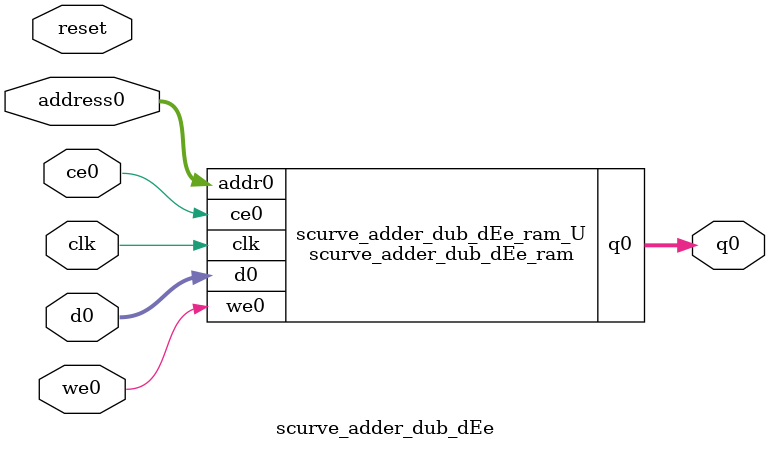
<source format=v>

`timescale 1 ns / 1 ps
module scurve_adder_dub_dEe_ram (addr0, ce0, d0, we0, q0,  clk);

parameter DWIDTH = 2;
parameter AWIDTH = 5;
parameter MEM_SIZE = 32;

input[AWIDTH-1:0] addr0;
input ce0;
input[DWIDTH-1:0] d0;
input we0;
output reg[DWIDTH-1:0] q0;
input clk;

(* ram_style = "distributed" *)reg [DWIDTH-1:0] ram[0:MEM_SIZE-1];




always @(posedge clk)  
begin 
    if (ce0) 
    begin
        if (we0) 
        begin 
            ram[addr0] <= d0; 
            q0 <= d0;
        end 
        else 
            q0 <= ram[addr0];
    end
end


endmodule


`timescale 1 ns / 1 ps
module scurve_adder_dub_dEe(
    reset,
    clk,
    address0,
    ce0,
    we0,
    d0,
    q0);

parameter DataWidth = 32'd2;
parameter AddressRange = 32'd32;
parameter AddressWidth = 32'd5;
input reset;
input clk;
input[AddressWidth - 1:0] address0;
input ce0;
input we0;
input[DataWidth - 1:0] d0;
output[DataWidth - 1:0] q0;



scurve_adder_dub_dEe_ram scurve_adder_dub_dEe_ram_U(
    .clk( clk ),
    .addr0( address0 ),
    .ce0( ce0 ),
    .d0( d0 ),
    .we0( we0 ),
    .q0( q0 ));

endmodule


</source>
